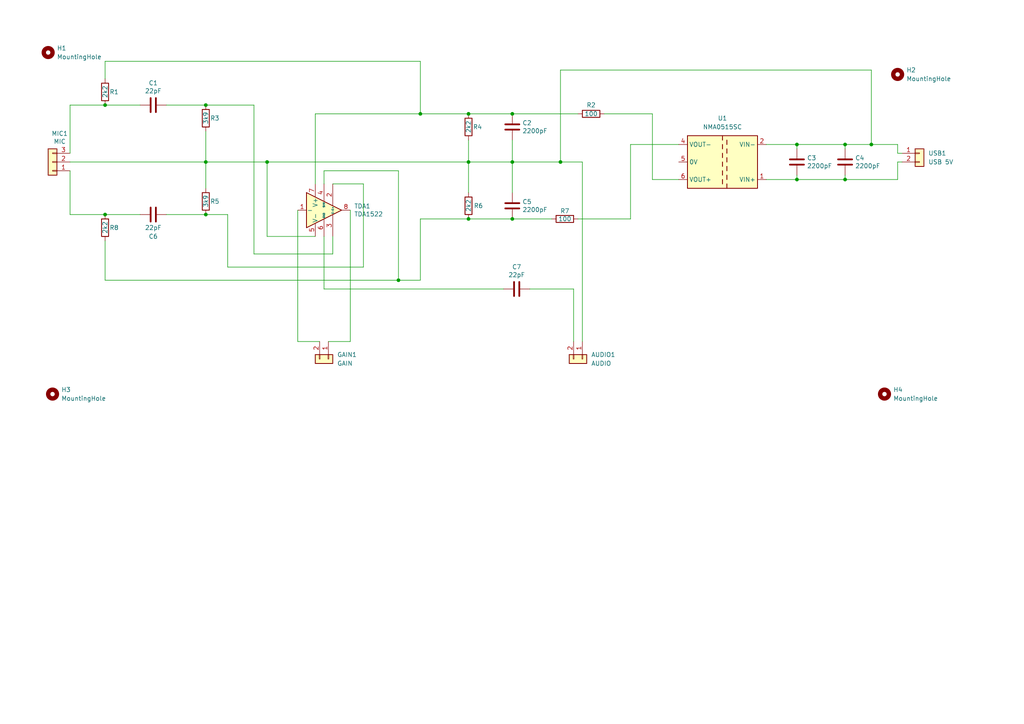
<source format=kicad_sch>
(kicad_sch (version 20250114) (generator "eeschema") (generator_version "9.0")
  (paper "A4")
  (lib_symbols
    (symbol "Amplifier_Audio:THAT2180" (pin_names (offset 0.127))
      (property "Reference" "U" (at 7.62 6.35 0))
      (property "Value" "THAT2180" (at 7.62 3.81 0))
      (symbol "THAT2180_0_0"
        (pin power_in line (at -2.54 7.62 270) (length 3.81) (name "V+") (number "7"))
        (pin power_in line (at -2.54 -7.62 90) (length 3.81) (name "V-") (number "5"))
        (pin power_in line (at 0 -7.62 90) (length 5.08) (name "GND") (number "6"))
      )
      (symbol "THAT2180_0_1"
        (polyline (pts (xy -5.08 5.08) (xy 5.08 0) (xy -5.08 -5.08) (xy -5.08 5.08)) (stroke (width 0.254)) (fill (type background)))
      )
      (symbol "THAT2180_1_1"
        (pin input line (at -7.62 0 0) (length 2.54) (name "-") (number "1"))
        (pin input line (at 0 7.62 270) (length 5.08) (name "SYM") (number "4"))
        (pin input line (at 2.54 7.62 270) (length 6.35) (name "E+") (number "2"))
        (pin input line (at 2.54 -7.62 90) (length 6.35) (name "E-") (number "3"))
        (pin output line (at 7.62 0 180) (length 2.54) (name "~") (number "8"))
      )
    )
    (symbol "Connector_Generic:Conn_01x02" (pin_names (offset 1.016) (hide yes))
      (property "Reference" "J" (at 0 2.54 0))
      (property "Value" "Conn_01x02" (at 0 -5.08 0))
      (symbol "Conn_01x02_1_1"
        (rectangle (start -1.27 1.27) (end 1.27 -3.81) (stroke (width 0.254)) (fill (type background)))
        (rectangle (start -1.27 0.127) (end 0 -0.127) (stroke (width 0.1524)))
        (rectangle (start -1.27 -2.413) (end 0 -2.667) (stroke (width 0.1524)))
        (pin passive line (at -5.08 0 0) (length 3.81) (name "Pin_1") (number "1"))
        (pin passive line (at -5.08 -2.54 0) (length 3.81) (name "Pin_2") (number "2"))
      )
    )
    (symbol "Connector_Generic:Conn_01x03" (pin_names (offset 1.016) (hide yes))
      (property "Reference" "J" (at 0 5.08 0))
      (property "Value" "Conn_01x03" (at 0 -5.08 0))
      (symbol "Conn_01x03_1_1"
        (rectangle (start -1.27 3.81) (end 1.27 -3.81) (stroke (width 0.254)) (fill (type background)))
        (rectangle (start -1.27 2.667) (end 0 2.413) (stroke (width 0.1524)))
        (rectangle (start -1.27 0.127) (end 0 -0.127) (stroke (width 0.1524)))
        (rectangle (start -1.27 -2.413) (end 0 -2.667) (stroke (width 0.1524)))
        (pin passive line (at -5.08 2.54 0) (length 3.81) (name "Pin_1") (number "1"))
        (pin passive line (at -5.08 0 0) (length 3.81) (name "Pin_2") (number "2"))
        (pin passive line (at -5.08 -2.54 0) (length 3.81) (name "Pin_3") (number "3"))
      )
    )
    (symbol "Device:C" (pin_numbers (hide yes)) (pin_names (offset 0.254))
      (property "Reference" "C" (at 0.635 2.54 0))
      (property "Value" "C" (at 0.635 -2.54 0))
      (symbol "C_0_1"
        (polyline (pts (xy -2.032 0.762) (xy 2.032 0.762)) (stroke (width 0.508)))
        (polyline (pts (xy -2.032 -0.762) (xy 2.032 -0.762)) (stroke (width 0.508)))
      )
      (symbol "C_1_1"
        (pin passive line (at 0 3.81 270) (length 2.794) (name "~") (number "1"))
        (pin passive line (at 0 -3.81 90) (length 2.794) (name "~") (number "2"))
      )
    )
    (symbol "Device:R" (pin_numbers (hide yes)) (pin_names (offset 0))
      (property "Reference" "R" (at 2.032 0 90))
      (property "Value" "R" (at 0 0 90))
      (symbol "R_0_1"
        (rectangle (start -1.016 -2.54) (end 1.016 2.54) (stroke (width 0.254)))
      )
      (symbol "R_1_1"
        (pin passive line (at 0 3.81 270) (length 1.27) (name "~") (number "1"))
        (pin passive line (at 0 -3.81 90) (length 1.27) (name "~") (number "2"))
      )
    )
    (symbol "Mechanical:MountingHole" (pin_names (offset 1.016)) (in_bom no)
      (property "Reference" "H" (at 0 5.08 0))
      (property "Value" "MountingHole" (at 0 3.175 0))
      (symbol "MountingHole_0_1"
        (circle (center 0 0) (radius 1.27) (stroke (width 1.27)))
      )
    )
    (symbol "Regulator_Switching:NMA0515SC"
      (property "Reference" "U" (at -10.16 8.89 0))
      (property "Value" "NMA0515SC" (at 0 8.89 0))
      (symbol "NMA0515SC_0_1"
        (rectangle (start -10.16 7.62) (end 10.16 -7.62) (stroke (width 0.254)) (fill (type background)))
        (polyline (pts (xy -1.27 7.62) (xy -1.27 6.35)) (stroke (width 0.254)))
        (polyline (pts (xy -1.27 5.08) (xy -1.27 3.81)) (stroke (width 0.254)))
        (polyline (pts (xy -1.27 2.54) (xy -1.27 1.27)) (stroke (width 0.254)))
        (polyline (pts (xy -1.27 0) (xy -1.27 -1.27)) (stroke (width 0.254)))
        (polyline (pts (xy -1.27 -2.54) (xy -1.27 -3.81)) (stroke (width 0.254)))
        (polyline (pts (xy -1.27 -5.08) (xy -1.27 -6.35)) (stroke (width 0.254)))
        (polyline (pts (xy 0 5.08) (xy 0 6.35)) (stroke (width 0.254)))
        (polyline (pts (xy 0 2.54) (xy 0 3.81)) (stroke (width 0.254)))
        (polyline (pts (xy 0 0) (xy 0 1.27)) (stroke (width 0.254)))
        (polyline (pts (xy 0 -1.27) (xy 0 -2.54)) (stroke (width 0.254)))
        (polyline (pts (xy 0 -5.08) (xy 0 -3.81)) (stroke (width 0.254)))
        (polyline (pts (xy 0 -7.62) (xy 0 -6.35)) (stroke (width 0.254)))
      )
      (symbol "NMA0515SC_1_1"
        (pin power_in line (at -12.7 5.08 0) (length 2.54) (name "VIN+") (number "1"))
        (pin power_in line (at -12.7 -5.08 0) (length 2.54) (name "VIN-") (number "2"))
        (pin power_out line (at 12.7 5.08 180) (length 2.54) (name "VOUT+") (number "6"))
        (pin power_out line (at 12.7 0 180) (length 2.54) (name "0V") (number "5"))
        (pin power_out line (at 12.7 -5.08 180) (length 2.54) (name "VOUT-") (number "4"))
      )
    )
  )
  (junction (at 162.56 46.99))
  (junction (at 135.89 33.02))
  (junction (at 245.11 52.07))
  (junction (at 30.48 30.48))
  (junction (at 148.59 33.02))
  (junction (at 135.89 46.99))
  (junction (at 77.47 46.99))
  (junction (at 148.59 63.5))
  (junction (at 115.57 81.28))
  (junction (at 59.69 62.23))
  (junction (at 245.11 41.91))
  (junction (at 148.59 46.99))
  (junction (at 59.69 30.48))
  (junction (at 135.89 63.5))
  (junction (at 59.69 46.99))
  (junction (at 252.73 41.91))
  (junction (at 231.14 41.91))
  (junction (at 30.48 62.23))
  (junction (at 231.14 52.07))
  (junction (at 121.92 33.02))
  (wire (pts (xy 189.23 33.02) (xy 175.26 33.02)))
  (wire (pts (xy 30.48 69.85) (xy 30.48 81.28)))
  (wire (pts (xy 20.32 62.23) (xy 30.48 62.23)))
  (wire (pts (xy 135.89 63.5) (xy 121.92 63.5)))
  (wire (pts (xy 160.02 63.5) (xy 148.59 63.5)))
  (wire (pts (xy 121.92 17.78) (xy 121.92 33.02)))
  (wire (pts (xy 121.92 63.5) (xy 121.92 81.28)))
  (wire (pts (xy 77.47 46.99) (xy 135.89 46.99)))
  (wire (pts (xy 93.98 83.82) (xy 146.05 83.82)))
  (wire (pts (xy 30.48 22.86) (xy 30.48 17.78)))
  (wire (pts (xy 252.73 41.91) (xy 245.11 41.91)))
  (wire (pts (xy 148.59 33.02) (xy 167.64 33.02)))
  (wire (pts (xy 59.69 46.99) (xy 59.69 38.1)))
  (wire (pts (xy 252.73 20.32) (xy 252.73 41.91)))
  (wire (pts (xy 91.44 33.02) (xy 91.44 53.34)))
  (wire (pts (xy 260.35 46.99) (xy 261.62 46.99)))
  (wire (pts (xy 148.59 55.88) (xy 148.59 46.99)))
  (wire (pts (xy 48.26 30.48) (xy 59.69 30.48)))
  (wire (pts (xy 148.59 40.64) (xy 148.59 46.99)))
  (wire (pts (xy 105.41 53.34) (xy 105.41 77.47)))
  (wire (pts (xy 162.56 46.99) (xy 168.91 46.99)))
  (wire (pts (xy 66.04 62.23) (xy 59.69 62.23)))
  (wire (pts (xy 30.48 62.23) (xy 40.64 62.23)))
  (wire (pts (xy 162.56 20.32) (xy 252.73 20.32)))
  (wire (pts (xy 105.41 53.34) (xy 96.52 53.34)))
  (wire (pts (xy 20.32 46.99) (xy 59.69 46.99)))
  (wire (pts (xy 153.67 83.82) (xy 166.37 83.82)))
  (wire (pts (xy 261.62 44.45) (xy 260.35 44.45)))
  (wire (pts (xy 245.11 50.8) (xy 245.11 52.07)))
  (wire (pts (xy 86.36 99.06) (xy 92.71 99.06)))
  (wire (pts (xy 77.47 68.58) (xy 91.44 68.58)))
  (wire (pts (xy 59.69 30.48) (xy 73.66 30.48)))
  (wire (pts (xy 93.98 68.58) (xy 93.98 83.82)))
  (wire (pts (xy 101.6 99.06) (xy 95.25 99.06)))
  (wire (pts (xy 91.44 33.02) (xy 121.92 33.02)))
  (wire (pts (xy 182.88 41.91) (xy 182.88 63.5)))
  (wire (pts (xy 196.85 41.91) (xy 182.88 41.91)))
  (wire (pts (xy 105.41 77.47) (xy 66.04 77.47)))
  (wire (pts (xy 48.26 62.23) (xy 59.69 62.23)))
  (wire (pts (xy 166.37 83.82) (xy 166.37 99.06)))
  (wire (pts (xy 196.85 52.07) (xy 189.23 52.07)))
  (wire (pts (xy 231.14 43.18) (xy 231.14 41.91)))
  (wire (pts (xy 148.59 46.99) (xy 162.56 46.99)))
  (wire (pts (xy 231.14 41.91) (xy 222.25 41.91)))
  (wire (pts (xy 245.11 41.91) (xy 231.14 41.91)))
  (wire (pts (xy 189.23 52.07) (xy 189.23 33.02)))
  (wire (pts (xy 66.04 77.47) (xy 66.04 62.23)))
  (wire (pts (xy 20.32 44.45) (xy 20.32 30.48)))
  (wire (pts (xy 93.98 49.53) (xy 115.57 49.53)))
  (wire (pts (xy 260.35 41.91) (xy 252.73 41.91)))
  (wire (pts (xy 121.92 33.02) (xy 135.89 33.02)))
  (wire (pts (xy 245.11 52.07) (xy 260.35 52.07)))
  (wire (pts (xy 86.36 60.96) (xy 86.36 99.06)))
  (wire (pts (xy 260.35 44.45) (xy 260.35 41.91)))
  (wire (pts (xy 77.47 46.99) (xy 77.47 68.58)))
  (wire (pts (xy 135.89 33.02) (xy 148.59 33.02)))
  (wire (pts (xy 231.14 50.8) (xy 231.14 52.07)))
  (wire (pts (xy 148.59 63.5) (xy 135.89 63.5)))
  (wire (pts (xy 93.98 53.34) (xy 93.98 49.53)))
  (wire (pts (xy 115.57 81.28) (xy 30.48 81.28)))
  (wire (pts (xy 73.66 73.66) (xy 73.66 30.48)))
  (wire (pts (xy 222.25 52.07) (xy 231.14 52.07)))
  (wire (pts (xy 168.91 46.99) (xy 168.91 99.06)))
  (wire (pts (xy 245.11 43.18) (xy 245.11 41.91)))
  (wire (pts (xy 73.66 73.66) (xy 96.52 73.66)))
  (wire (pts (xy 162.56 46.99) (xy 162.56 20.32)))
  (wire (pts (xy 59.69 46.99) (xy 59.69 54.61)))
  (wire (pts (xy 121.92 81.28) (xy 115.57 81.28)))
  (wire (pts (xy 20.32 49.53) (xy 20.32 62.23)))
  (wire (pts (xy 77.47 46.99) (xy 59.69 46.99)))
  (wire (pts (xy 135.89 46.99) (xy 148.59 46.99)))
  (wire (pts (xy 260.35 52.07) (xy 260.35 46.99)))
  (wire (pts (xy 96.52 73.66) (xy 96.52 68.58)))
  (wire (pts (xy 135.89 46.99) (xy 135.89 55.88)))
  (wire (pts (xy 135.89 40.64) (xy 135.89 46.99)))
  (wire (pts (xy 20.32 30.48) (xy 30.48 30.48)))
  (wire (pts (xy 231.14 52.07) (xy 245.11 52.07)))
  (wire (pts (xy 30.48 17.78) (xy 121.92 17.78)))
  (wire (pts (xy 167.64 63.5) (xy 182.88 63.5)))
  (wire (pts (xy 30.48 30.48) (xy 40.64 30.48)))
  (wire (pts (xy 115.57 49.53) (xy 115.57 81.28)))
  (wire (pts (xy 101.6 60.96) (xy 101.6 99.06)))
  (symbol (lib_id "Connector_Generic:Conn_01x03") (at 15.24 46.99 180) (unit 1)
    (property "Reference" "MIC1" (at 17.3228 38.735 0))
    (property "Value" "MIC" (at 17.3228 41.0464 0))
    (property "Footprint" "Connector_JST:JST_XH_B3B-XH-A_1x03_P2.50mm_Vertical" (effects (hide yes)))
  )
  (symbol (lib_id "Device:R") (at 30.48 26.67 0) (unit 1)
    (property "Reference" "R1" (at 31.75 26.67 0) (effects (justify left)))
    (property "Value" "2k2" (at 30.48 28.448 90) (effects (justify left)))
    (property "Footprint" "Resistor_THT:R_Axial_DIN0204_L3.6mm_D1.6mm_P7.62mm_Horizontal" (effects (hide yes)))
  )
  (symbol (lib_id "Device:R") (at 30.48 66.04 0) (unit 1)
    (property "Reference" "R8" (at 31.75 66.04 0) (effects (justify left)))
    (property "Value" "2k2" (at 30.48 67.818 90) (effects (justify left)))
    (property "Footprint" "Resistor_THT:R_Axial_DIN0204_L3.6mm_D1.6mm_P7.62mm_Horizontal" (effects (hide yes)))
  )
  (symbol (lib_id "Device:C") (at 44.45 30.48 270) (unit 1)
    (property "Reference" "C1" (at 44.45 24.0792 90))
    (property "Value" "22pF" (at 44.45 26.3906 90))
    (property "Footprint" "Capacitor_THT:CP_Radial_D7.5mm_P2.50mm" (effects (hide yes)))
  )
  (symbol (lib_id "Device:C") (at 44.45 62.23 270) (unit 1)
    (property "Reference" "C6" (at 44.45 68.58 90))
    (property "Value" "22pF" (at 44.45 66.04 90))
    (property "Footprint" "Capacitor_THT:CP_Radial_D7.5mm_P2.50mm" (effects (hide yes)))
  )
  (symbol (lib_id "Device:R") (at 59.69 34.29 0) (unit 1)
    (property "Reference" "R3" (at 60.96 34.29 0) (effects (justify left)))
    (property "Value" "3k9" (at 59.69 36.068 90) (effects (justify left)))
    (property "Footprint" "Resistor_THT:R_Axial_DIN0204_L3.6mm_D1.6mm_P7.62mm_Horizontal" (effects (hide yes)))
  )
  (symbol (lib_id "Device:R") (at 59.69 58.42 0) (unit 1)
    (property "Reference" "R5" (at 60.96 58.42 0) (effects (justify left)))
    (property "Value" "3k9" (at 59.69 60.198 90) (effects (justify left)))
    (property "Footprint" "Resistor_THT:R_Axial_DIN0204_L3.6mm_D1.6mm_P7.62mm_Horizontal" (effects (hide yes)))
  )
  (symbol (lib_id "Amplifier_Audio:THAT2180") (at 93.98 60.96 0) (unit 1)
    (property "Reference" "TDA1" (at 102.7176 59.7916 0) (effects (justify left)))
    (property "Value" "TDA1522" (at 102.7176 62.103 0) (effects (justify left)))
    (property "Footprint" "Package_DIP:DIP-8_W8.89mm_SMDSocket_LongPads" (effects (hide yes)))
    (property "Datasheet" "http://www.thatcorp.com/datashts/THAT_2180-Series_Datasheet.pdf" (effects (hide yes)))
  )
  (symbol (lib_id "Device:R") (at 171.45 33.02 270) (unit 1)
    (property "Reference" "R2" (at 171.45 30.48 90))
    (property "Value" "100" (at 171.45 33.02 90))
    (property "Footprint" "Resistor_THT:R_Axial_DIN0204_L3.6mm_D1.6mm_P7.62mm_Horizontal" (effects (hide yes)))
  )
  (symbol (lib_id "Device:C") (at 148.59 36.83 180) (unit 1)
    (property "Reference" "C2" (at 151.511 35.6616 0) (effects (justify right)))
    (property "Value" "2200pF" (at 151.511 37.973 0) (effects (justify right)))
    (property "Footprint" "Capacitor_THT:CP_Radial_D12.5mm_P2.50mm" (effects (hide yes)))
  )
  (symbol (lib_id "Device:R") (at 135.89 36.83 0) (unit 1)
    (property "Reference" "R4" (at 137.16 36.83 0) (effects (justify left)))
    (property "Value" "2k2" (at 135.89 38.608 90) (effects (justify left)))
    (property "Footprint" "Resistor_THT:R_Axial_DIN0204_L3.6mm_D1.6mm_P7.62mm_Horizontal" (effects (hide yes)))
  )
  (symbol (lib_id "Device:C") (at 148.59 59.69 180) (unit 1)
    (property "Reference" "C5" (at 151.511 58.5216 0) (effects (justify right)))
    (property "Value" "2200pF" (at 151.511 60.833 0) (effects (justify right)))
    (property "Footprint" "Capacitor_THT:CP_Radial_D12.5mm_P2.50mm" (effects (hide yes)))
  )
  (symbol (lib_id "Device:R") (at 135.89 59.69 0) (unit 1)
    (property "Reference" "R6" (at 137.414 59.69 0) (effects (justify left)))
    (property "Value" "2k2" (at 135.89 61.468 90) (effects (justify left)))
    (property "Footprint" "Resistor_THT:R_Axial_DIN0204_L3.6mm_D1.6mm_P7.62mm_Horizontal" (effects (hide yes)))
  )
  (symbol (lib_id "Device:R") (at 163.83 63.5 270) (unit 1)
    (property "Reference" "R7" (at 163.83 61.214 90))
    (property "Value" "100" (at 163.83 63.5 90))
    (property "Footprint" "Resistor_THT:R_Axial_DIN0204_L3.6mm_D1.6mm_P7.62mm_Horizontal" (effects (hide yes)))
  )
  (symbol (lib_id "Device:C") (at 149.86 83.82 270) (unit 1)
    (property "Reference" "C7" (at 149.86 77.4192 90))
    (property "Value" "22pF" (at 149.86 79.7306 90))
    (property "Footprint" "Capacitor_THT:CP_Radial_D7.5mm_P2.50mm" (effects (hide yes)))
  )
  (symbol (lib_id "Device:C") (at 245.11 46.99 180) (unit 1)
    (property "Reference" "C4" (at 248.031 45.8216 0) (effects (justify right)))
    (property "Value" "2200pF" (at 248.031 48.133 0) (effects (justify right)))
    (property "Footprint" "Capacitor_THT:CP_Radial_D12.5mm_P2.50mm" (effects (hide yes)))
  )
  (symbol (lib_id "Device:C") (at 231.14 46.99 180) (unit 1)
    (property "Reference" "C3" (at 234.061 45.8216 0) (effects (justify right)))
    (property "Value" "2200pF" (at 234.061 48.133 0) (effects (justify right)))
    (property "Footprint" "Capacitor_THT:CP_Radial_D12.5mm_P2.50mm" (effects (hide yes)))
  )
  (symbol (lib_id "Mechanical:MountingHole") (at 256.54 114.3 0) (unit 1) (in_bom no)
    (property "Reference" "H4" (at 259.08 113.0299 0) (effects (justify left)))
    (property "Value" "MountingHole" (at 259.08 115.5699 0) (effects (justify left)))
    (property "Footprint" "MountingHole:MountingHole_2.2mm_M2" (effects (hide yes)))
    (property "Description" "Mounting Hole without connection" (effects (hide yes)))
  )
  (symbol (lib_id "Mechanical:MountingHole") (at 260.35 21.59 0) (unit 1) (in_bom no)
    (property "Reference" "H2" (at 262.89 20.3199 0) (effects (justify left)))
    (property "Value" "MountingHole" (at 262.89 22.8599 0) (effects (justify left)))
    (property "Footprint" "MountingHole:MountingHole_2.2mm_M2" (effects (hide yes)))
    (property "Description" "Mounting Hole without connection" (effects (hide yes)))
  )
  (symbol (lib_id "Mechanical:MountingHole") (at 13.97 15.24 0) (unit 1) (in_bom no)
    (property "Reference" "H1" (at 16.51 13.9699 0) (effects (justify left)))
    (property "Value" "MountingHole" (at 16.51 16.5099 0) (effects (justify left)))
    (property "Footprint" "MountingHole:MountingHole_2.2mm_M2" (effects (hide yes)))
    (property "Description" "Mounting Hole without connection" (effects (hide yes)))
  )
  (symbol (lib_id "Regulator_Switching:NMA0515SC") (at 209.55 46.99 180) (unit 1)
    (property "Reference" "U1" (at 209.55 34.29 0))
    (property "Value" "NMA0515SC" (at 209.55 36.83 0))
    (property "Footprint" "Converter_DCDC:Converter_DCDC_Murata_NMAxxxxSC_THT" (effects (hide yes)))
    (property "Datasheet" "http://power.murata.com/data/power/ncl/kdc_nma.pdf" (effects (hide yes)))
    (property "Description" "±33mA Isolated 1W Dual output DC/DC Converter Module, 5V Input Voltage, ±15V Output Voltage, SIP3" (effects (hide yes)))
  )
  (symbol (lib_id "Connector_Generic:Conn_01x02") (at 168.91 104.14 270) (unit 1)
    (property "Reference" "AUDIO1" (at 171.45 102.8699 90) (effects (justify left)))
    (property "Value" "AUDIO" (at 171.45 105.4099 90) (effects (justify left)))
    (property "Footprint" "Connector_JST:JST_XH_B2B-XH-A_1x02_P2.50mm_Vertical" (effects (hide yes)))
    (property "Description" "Generic connector, single row, 01x02, script generated (kicad-library-utils/schlib/autogen/connector/)" (effects (hide yes)))
  )
  (symbol (lib_id "Mechanical:MountingHole") (at 15.24 114.3 0) (unit 1) (in_bom no)
    (property "Reference" "H3" (at 17.78 113.0299 0) (effects (justify left)))
    (property "Value" "MountingHole" (at 17.78 115.5699 0) (effects (justify left)))
    (property "Footprint" "MountingHole:MountingHole_2.2mm_M2" (effects (hide yes)))
    (property "Description" "Mounting Hole without connection" (effects (hide yes)))
  )
  (symbol (lib_id "Connector_Generic:Conn_01x02") (at 266.7 44.45 0) (unit 1)
    (property "Reference" "USB1" (at 269.24 44.4499 0) (effects (justify left)))
    (property "Value" "USB 5V" (at 269.24 46.9899 0) (effects (justify left)))
    (property "Footprint" "Connector_JST:JST_XH_B2B-XH-A_1x02_P2.50mm_Vertical" (effects (hide yes)))
    (property "Description" "Generic connector, single row, 01x02, script generated (kicad-library-utils/schlib/autogen/connector/)" (effects (hide yes)))
  )
  (symbol (lib_id "Connector_Generic:Conn_01x02") (at 95.25 104.14 270) (unit 1)
    (property "Reference" "GAIN1" (at 97.79 102.8699 90) (effects (justify left)))
    (property "Value" "GAIN" (at 97.79 105.4099 90) (effects (justify left)))
    (property "Footprint" "Connector_JST:JST_XH_B2B-XH-A_1x02_P2.50mm_Vertical" (effects (hide yes)))
    (property "Description" "Generic connector, single row, 01x02, script generated (kicad-library-utils/schlib/autogen/connector/)" (effects (hide yes)))
  )
)
</source>
